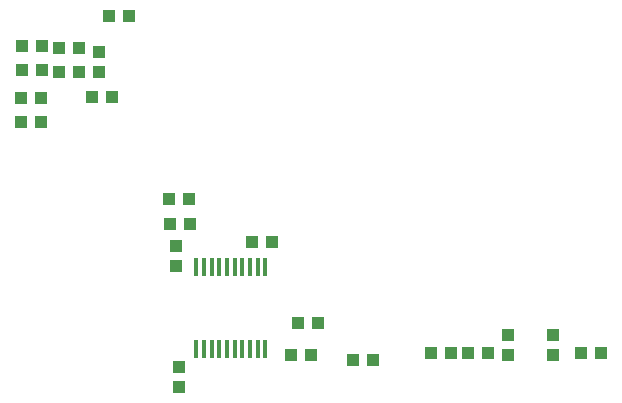
<source format=gbr>
G04 EAGLE Gerber RS-274X export*
G75*
%MOMM*%
%FSLAX34Y34*%
%LPD*%
%INSolderpaste Bottom*%
%IPPOS*%
%AMOC8*
5,1,8,0,0,1.08239X$1,22.5*%
G01*
%ADD10R,1.100000X1.000000*%
%ADD11R,1.000000X1.100000*%
%ADD12R,0.431800X1.612900*%


D10*
X366640Y266954D03*
X349640Y266954D03*
X366640Y246126D03*
X349640Y246126D03*
X349894Y290322D03*
X366894Y290322D03*
X349894Y310642D03*
X366894Y310642D03*
X381644Y288798D03*
X398644Y288798D03*
X381644Y309118D03*
X398644Y309118D03*
X426330Y267716D03*
X409330Y267716D03*
D11*
X415544Y305426D03*
X415544Y288426D03*
D10*
X441062Y336296D03*
X424062Y336296D03*
D11*
X482780Y39016D03*
X482780Y22016D03*
X480240Y141403D03*
X480240Y124403D03*
D10*
X594790Y49350D03*
X577790Y49350D03*
X601146Y76060D03*
X584146Y76060D03*
X562083Y144328D03*
X545083Y144328D03*
X491880Y181404D03*
X474880Y181404D03*
X492129Y160302D03*
X475129Y160302D03*
D12*
X497800Y123889D03*
X504300Y123889D03*
X510800Y123889D03*
X517300Y123889D03*
X523800Y123889D03*
X530300Y123889D03*
X536800Y123889D03*
X543300Y123889D03*
X549800Y123889D03*
X556300Y123889D03*
X556300Y53912D03*
X549800Y53912D03*
X543300Y53912D03*
X536800Y53912D03*
X530300Y53912D03*
X523800Y53912D03*
X517300Y53912D03*
X510800Y53912D03*
X504300Y53912D03*
X497800Y53912D03*
D11*
X800100Y65650D03*
X800100Y48650D03*
D10*
X840350Y50800D03*
X823350Y50800D03*
X713350Y50800D03*
X696350Y50800D03*
D11*
X762000Y48650D03*
X762000Y65650D03*
D10*
X647310Y44450D03*
X630310Y44450D03*
X745100Y50800D03*
X728100Y50800D03*
M02*

</source>
